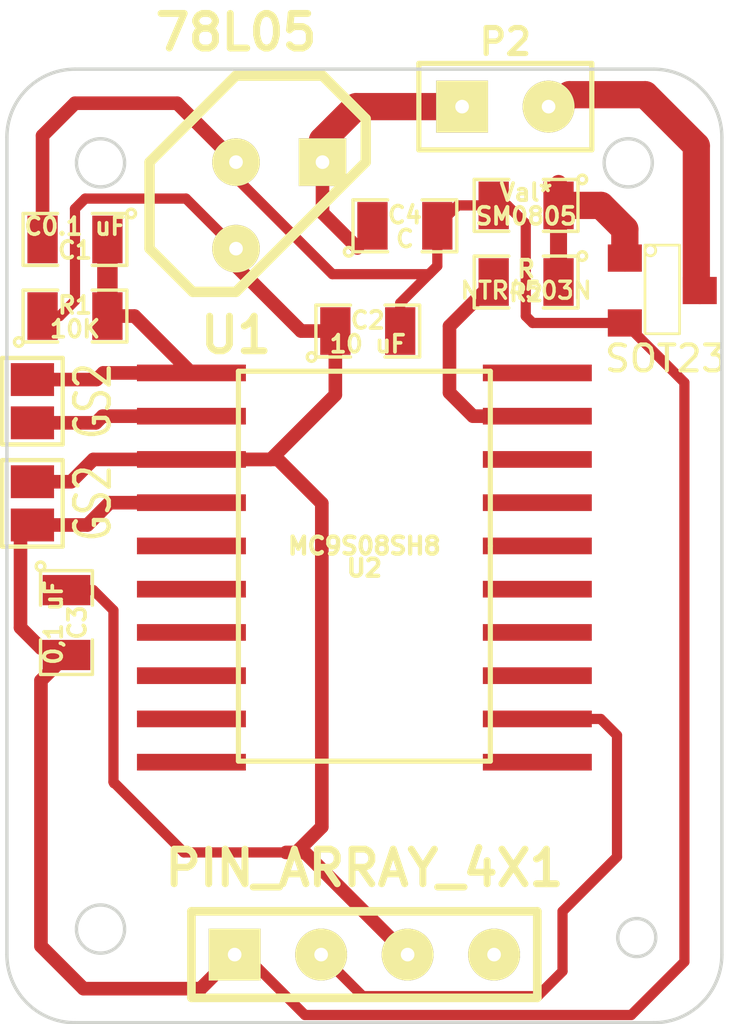
<source format=kicad_pcb>
(kicad_pcb (version 3) (host pcbnew "(2013-05-18 BZR 4017)-stable")

  (general
    (links 26)
    (no_connects 0)
    (area 233.543499 136.0564 255.779416 167.4036)
    (thickness 1.6)
    (drawings 12)
    (tracks 109)
    (zones 0)
    (modules 14)
    (nets 10)
  )

  (page A3)
  (layers
    (15 F.Cu signal)
    (0 B.Cu signal)
    (16 B.Adhes user)
    (17 F.Adhes user)
    (18 B.Paste user)
    (19 F.Paste user)
    (20 B.SilkS user)
    (21 F.SilkS user)
    (22 B.Mask user)
    (23 F.Mask user)
    (24 Dwgs.User user)
    (25 Cmts.User user)
    (26 Eco1.User user)
    (27 Eco2.User user)
    (28 Edge.Cuts user)
  )

  (setup
    (last_trace_width 0.3)
    (trace_clearance 0.254)
    (zone_clearance 0.508)
    (zone_45_only no)
    (trace_min 0.254)
    (segment_width 0.2)
    (edge_width 0.1)
    (via_size 0.889)
    (via_drill 0.635)
    (via_min_size 0.889)
    (via_min_drill 0.508)
    (uvia_size 0.508)
    (uvia_drill 0.127)
    (uvias_allowed no)
    (uvia_min_size 0.508)
    (uvia_min_drill 0.127)
    (pcb_text_width 0.3)
    (pcb_text_size 1.5 1.5)
    (mod_edge_width 0.15)
    (mod_text_size 1 1)
    (mod_text_width 0.15)
    (pad_size 0.889 1.397)
    (pad_drill 0)
    (pad_to_mask_clearance 0)
    (aux_axis_origin 0 0)
    (visible_elements 7FFFFFFF)
    (pcbplotparams
      (layerselection 3178497)
      (usegerberextensions true)
      (excludeedgelayer true)
      (linewidth 0.150000)
      (plotframeref false)
      (viasonmask false)
      (mode 1)
      (useauxorigin false)
      (hpglpennumber 1)
      (hpglpenspeed 20)
      (hpglpendiameter 15)
      (hpglpenoverlay 2)
      (psnegative false)
      (psa4output false)
      (plotreference true)
      (plotvalue true)
      (plotothertext true)
      (plotinvisibletext false)
      (padsonsilk false)
      (subtractmaskfromsilk false)
      (outputformat 1)
      (mirror false)
      (drillshape 0)
      (scaleselection 1)
      (outputdirectory ""))
  )

  (net 0 "")
  (net 1 +12V)
  (net 2 /BDM)
  (net 3 /OUT)
  (net 4 /RESET)
  (net 5 /VDD)
  (net 6 GND)
  (net 7 "Net-(P2-Pad2)")
  (net 8 "Net-(Q1-Pad1)")
  (net 9 "Net-(R2-Pad2)")

  (net_class Default "This is the default net class."
    (clearance 0.254)
    (trace_width 0.3)
    (via_dia 0.889)
    (via_drill 0.635)
    (uvia_dia 0.508)
    (uvia_drill 0.127)
    (add_net "")
    (add_net +12V)
    (add_net /BDM)
    (add_net /OUT)
    (add_net /RESET)
    (add_net /VDD)
    (add_net GND)
    (add_net "Net-(P2-Pad2)")
    (add_net "Net-(Q1-Pad1)")
    (add_net "Net-(R2-Pad2)")
  )

  (module TO92 (layer F.Cu) (tedit 53B29BE8) (tstamp 53AA0009)
    (at 242 142)
    (descr "Transistor TO92 brochage type BC237")
    (tags "TR TO92")
    (path /53A9D4FD)
    (fp_text reference U1 (at -1.27 3.81) (layer F.SilkS)
      (effects (font (size 1.016 1.016) (thickness 0.2032)))
    )
    (fp_text value 78L05 (at -1.27 -5.08) (layer F.SilkS)
      (effects (font (size 1.016 1.016) (thickness 0.2032)))
    )
    (fp_line (start -1.27 2.54) (end 2.54 -1.27) (layer F.SilkS) (width 0.3048))
    (fp_line (start 2.54 -1.27) (end 2.54 -2.54) (layer F.SilkS) (width 0.3048))
    (fp_line (start 2.54 -2.54) (end 1.27 -3.81) (layer F.SilkS) (width 0.3048))
    (fp_line (start 1.27 -3.81) (end -1.27 -3.81) (layer F.SilkS) (width 0.3048))
    (fp_line (start -1.27 -3.81) (end -3.81 -1.27) (layer F.SilkS) (width 0.3048))
    (fp_line (start -3.81 -1.27) (end -3.81 1.27) (layer F.SilkS) (width 0.3048))
    (fp_line (start -3.81 1.27) (end -2.54 2.54) (layer F.SilkS) (width 0.3048))
    (fp_line (start -2.54 2.54) (end -1.27 2.54) (layer F.SilkS) (width 0.3048))
    (pad 1 thru_hole rect (at 1.27 -1.27) (size 1.397 1.397) (drill 0.4)
      (layers *.Cu *.Mask F.SilkS)
      (net 1 +12V)
    )
    (pad 2 thru_hole circle (at -1.27 -1.27) (size 1.397 1.397) (drill 0.4)
      (layers *.Cu *.Mask F.SilkS)
      (net 6 GND)
    )
    (pad 3 thru_hole circle (at -1.27 1.27) (size 1.397 1.397) (drill 0.4)
      (layers *.Cu *.Mask F.SilkS)
      (net 5 /VDD)
    )
    (model discret/to98.wrl
      (at (xyz 0 0 0))
      (scale (xyz 1 1 1))
      (rotate (xyz 0 0 0))
    )
  )

  (module SOIC-20 (layer F.Cu) (tedit 533B44D6) (tstamp 53AA0026)
    (at 244.5 152)
    (path /53A9B7D5)
    (fp_text reference U2 (at 0 0.65) (layer F.SilkS)
      (effects (font (size 0.5 0.5) (thickness 0.125)))
    )
    (fp_text value MC9S08SH8 (at 0 0) (layer F.SilkS)
      (effects (font (size 0.5 0.5) (thickness 0.125)))
    )
    (fp_line (start 3.7 0) (end 3.7 -5.13) (layer F.SilkS) (width 0.15))
    (fp_line (start 3.7 -5.13) (end -3.7 -5.13) (layer F.SilkS) (width 0.15))
    (fp_line (start -3.7 -5.13) (end -3.7 6.32) (layer F.SilkS) (width 0.15))
    (fp_line (start -3.7 6.32) (end 3.7 6.32) (layer F.SilkS) (width 0.15))
    (fp_line (start 3.7 6.32) (end 3.7 0) (layer F.SilkS) (width 0.15))
    (pad 4 smd rect (at -5.08 -1.27) (size 3.2 0.49)
      (layers F.Cu F.Paste F.Mask)
      (net 6 GND)
    )
    (pad 3 smd rect (at -5.08 -2.54) (size 3.2 0.49)
      (layers F.Cu F.Paste F.Mask)
      (net 5 /VDD)
    )
    (pad 2 smd rect (at -5.08 -3.81) (size 3.2 0.49)
      (layers F.Cu F.Paste F.Mask)
      (net 2 /BDM)
    )
    (pad 1 smd rect (at -5.08 -5.08) (size 3.2 0.49)
      (layers F.Cu F.Paste F.Mask)
      (net 4 /RESET)
    )
    (pad 5 smd rect (at -5.08 0) (size 3.2 0.49)
      (layers F.Cu F.Paste F.Mask)
    )
    (pad 6 smd rect (at -5.08 1.27) (size 3.2 0.49)
      (layers F.Cu F.Paste F.Mask)
    )
    (pad 7 smd rect (at -5.08 2.54) (size 3.2 0.49)
      (layers F.Cu F.Paste F.Mask)
    )
    (pad 8 smd rect (at -5.08 3.81) (size 3.2 0.49)
      (layers F.Cu F.Paste F.Mask)
    )
    (pad 9 smd rect (at -5.08 5.08) (size 3.2 0.49)
      (layers F.Cu F.Paste F.Mask)
    )
    (pad 10 smd rect (at -5.08 6.35) (size 3.2 0.49)
      (layers F.Cu F.Paste F.Mask)
    )
    (pad 11 smd rect (at 5.08 6.35) (size 3.2 0.49)
      (layers F.Cu F.Paste F.Mask)
    )
    (pad 12 smd rect (at 5.08 5.08) (size 3.2 0.49)
      (layers F.Cu F.Paste F.Mask)
      (net 3 /OUT)
    )
    (pad 13 smd rect (at 5.08 3.81) (size 3.2 0.49)
      (layers F.Cu F.Paste F.Mask)
    )
    (pad 14 smd rect (at 5.08 2.54) (size 3.2 0.49)
      (layers F.Cu F.Paste F.Mask)
    )
    (pad 15 smd rect (at 5.08 1.27) (size 3.2 0.49)
      (layers F.Cu F.Paste F.Mask)
    )
    (pad 16 smd rect (at 5.08 0) (size 3.2 0.49)
      (layers F.Cu F.Paste F.Mask)
    )
    (pad 17 smd rect (at 5.08 -1.27) (size 3.2 0.49)
      (layers F.Cu F.Paste F.Mask)
    )
    (pad 18 smd rect (at 5.08 -2.54) (size 3.2 0.49)
      (layers F.Cu F.Paste F.Mask)
    )
    (pad 19 smd rect (at 5.08 -3.81) (size 3.2 0.49)
      (layers F.Cu F.Paste F.Mask)
      (net 9 "Net-(R2-Pad2)")
    )
    (pad 20 smd rect (at 5.08 -5.08) (size 3.2 0.49)
      (layers F.Cu F.Paste F.Mask)
    )
  )

  (module SM0805 (layer F.Cu) (tedit 5091495C) (tstamp 53B672D9)
    (at 236 143 180)
    (path /53A9B7CD)
    (attr smd)
    (fp_text reference C1 (at 0 -0.3175 180) (layer F.SilkS)
      (effects (font (size 0.50038 0.50038) (thickness 0.10922)))
    )
    (fp_text value "C0.1 uF" (at 0 0.381 180) (layer F.SilkS)
      (effects (font (size 0.50038 0.50038) (thickness 0.10922)))
    )
    (fp_circle (center -1.651 0.762) (end -1.651 0.635) (layer F.SilkS) (width 0.09906))
    (fp_line (start -0.508 0.762) (end -1.524 0.762) (layer F.SilkS) (width 0.09906))
    (fp_line (start -1.524 0.762) (end -1.524 -0.762) (layer F.SilkS) (width 0.09906))
    (fp_line (start -1.524 -0.762) (end -0.508 -0.762) (layer F.SilkS) (width 0.09906))
    (fp_line (start 0.508 -0.762) (end 1.524 -0.762) (layer F.SilkS) (width 0.09906))
    (fp_line (start 1.524 -0.762) (end 1.524 0.762) (layer F.SilkS) (width 0.09906))
    (fp_line (start 1.524 0.762) (end 0.508 0.762) (layer F.SilkS) (width 0.09906))
    (pad 1 smd rect (at -0.9525 0 180) (size 0.889 1.397)
      (layers F.Cu F.Paste F.Mask)
      (net 4 /RESET)
    )
    (pad 2 smd rect (at 0.9525 0 180) (size 0.889 1.397)
      (layers F.Cu F.Paste F.Mask)
      (net 6 GND)
    )
    (model smd/chip_cms.wrl
      (at (xyz 0 0 0))
      (scale (xyz 0.1 0.1 0.1))
      (rotate (xyz 0 0 0))
    )
  )

  (module SM0805 (layer F.Cu) (tedit 5091495C) (tstamp 53AA0040)
    (at 236 145.25)
    (path /53A9B7CE)
    (attr smd)
    (fp_text reference R1 (at 0 -0.3175) (layer F.SilkS)
      (effects (font (size 0.50038 0.50038) (thickness 0.10922)))
    )
    (fp_text value 10K (at 0 0.381) (layer F.SilkS)
      (effects (font (size 0.50038 0.50038) (thickness 0.10922)))
    )
    (fp_circle (center -1.651 0.762) (end -1.651 0.635) (layer F.SilkS) (width 0.09906))
    (fp_line (start -0.508 0.762) (end -1.524 0.762) (layer F.SilkS) (width 0.09906))
    (fp_line (start -1.524 0.762) (end -1.524 -0.762) (layer F.SilkS) (width 0.09906))
    (fp_line (start -1.524 -0.762) (end -0.508 -0.762) (layer F.SilkS) (width 0.09906))
    (fp_line (start 0.508 -0.762) (end 1.524 -0.762) (layer F.SilkS) (width 0.09906))
    (fp_line (start 1.524 -0.762) (end 1.524 0.762) (layer F.SilkS) (width 0.09906))
    (fp_line (start 1.524 0.762) (end 0.508 0.762) (layer F.SilkS) (width 0.09906))
    (pad 1 smd rect (at -0.9525 0) (size 0.889 1.397)
      (layers F.Cu F.Paste F.Mask)
      (net 5 /VDD)
    )
    (pad 2 smd rect (at 0.9525 0) (size 0.889 1.397)
      (layers F.Cu F.Paste F.Mask)
      (net 4 /RESET)
    )
    (model smd/chip_cms.wrl
      (at (xyz 0 0 0))
      (scale (xyz 0.1 0.1 0.1))
      (rotate (xyz 0 0 0))
    )
  )

  (module SM0805 (layer F.Cu) (tedit 5091495C) (tstamp 53AA004D)
    (at 244.6 145.69)
    (path /53A9B7D3)
    (attr smd)
    (fp_text reference C2 (at 0 -0.3175) (layer F.SilkS)
      (effects (font (size 0.50038 0.50038) (thickness 0.10922)))
    )
    (fp_text value "10 uF" (at 0 0.381) (layer F.SilkS)
      (effects (font (size 0.50038 0.50038) (thickness 0.10922)))
    )
    (fp_circle (center -1.651 0.762) (end -1.651 0.635) (layer F.SilkS) (width 0.09906))
    (fp_line (start -0.508 0.762) (end -1.524 0.762) (layer F.SilkS) (width 0.09906))
    (fp_line (start -1.524 0.762) (end -1.524 -0.762) (layer F.SilkS) (width 0.09906))
    (fp_line (start -1.524 -0.762) (end -0.508 -0.762) (layer F.SilkS) (width 0.09906))
    (fp_line (start 0.508 -0.762) (end 1.524 -0.762) (layer F.SilkS) (width 0.09906))
    (fp_line (start 1.524 -0.762) (end 1.524 0.762) (layer F.SilkS) (width 0.09906))
    (fp_line (start 1.524 0.762) (end 0.508 0.762) (layer F.SilkS) (width 0.09906))
    (pad 1 smd rect (at -0.9525 0) (size 0.889 1.397)
      (layers F.Cu F.Paste F.Mask)
      (net 5 /VDD)
    )
    (pad 2 smd rect (at 0.9525 0) (size 0.889 1.397)
      (layers F.Cu F.Paste F.Mask)
      (net 6 GND)
    )
    (model smd/chip_cms.wrl
      (at (xyz 0 0 0))
      (scale (xyz 0.1 0.1 0.1))
      (rotate (xyz 0 0 0))
    )
  )

  (module SM0805 (layer F.Cu) (tedit 5091495C) (tstamp 53AA005A)
    (at 235.75 154.25 270)
    (path /53A9B7D4)
    (attr smd)
    (fp_text reference C3 (at 0 -0.3175 270) (layer F.SilkS)
      (effects (font (size 0.50038 0.50038) (thickness 0.10922)))
    )
    (fp_text value "0,1 uF" (at 0 0.381 270) (layer F.SilkS)
      (effects (font (size 0.50038 0.50038) (thickness 0.10922)))
    )
    (fp_circle (center -1.651 0.762) (end -1.651 0.635) (layer F.SilkS) (width 0.09906))
    (fp_line (start -0.508 0.762) (end -1.524 0.762) (layer F.SilkS) (width 0.09906))
    (fp_line (start -1.524 0.762) (end -1.524 -0.762) (layer F.SilkS) (width 0.09906))
    (fp_line (start -1.524 -0.762) (end -0.508 -0.762) (layer F.SilkS) (width 0.09906))
    (fp_line (start 0.508 -0.762) (end 1.524 -0.762) (layer F.SilkS) (width 0.09906))
    (fp_line (start 1.524 -0.762) (end 1.524 0.762) (layer F.SilkS) (width 0.09906))
    (fp_line (start 1.524 0.762) (end 0.508 0.762) (layer F.SilkS) (width 0.09906))
    (pad 1 smd rect (at -0.9525 0 270) (size 0.889 1.397)
      (layers F.Cu F.Paste F.Mask)
      (net 5 /VDD)
    )
    (pad 2 smd rect (at 0.9525 0 270) (size 0.889 1.397)
      (layers F.Cu F.Paste F.Mask)
      (net 6 GND)
    )
    (model smd/chip_cms.wrl
      (at (xyz 0 0 0))
      (scale (xyz 0.1 0.1 0.1))
      (rotate (xyz 0 0 0))
    )
  )

  (module SM0805 (layer F.Cu) (tedit 5091495C) (tstamp 53AA0067)
    (at 249.25 144.25 180)
    (path /53A9C959)
    (attr smd)
    (fp_text reference R2 (at 0 -0.3175 180) (layer F.SilkS)
      (effects (font (size 0.50038 0.50038) (thickness 0.10922)))
    )
    (fp_text value R (at 0 0.381 180) (layer F.SilkS)
      (effects (font (size 0.50038 0.50038) (thickness 0.10922)))
    )
    (fp_circle (center -1.651 0.762) (end -1.651 0.635) (layer F.SilkS) (width 0.09906))
    (fp_line (start -0.508 0.762) (end -1.524 0.762) (layer F.SilkS) (width 0.09906))
    (fp_line (start -1.524 0.762) (end -1.524 -0.762) (layer F.SilkS) (width 0.09906))
    (fp_line (start -1.524 -0.762) (end -0.508 -0.762) (layer F.SilkS) (width 0.09906))
    (fp_line (start 0.508 -0.762) (end 1.524 -0.762) (layer F.SilkS) (width 0.09906))
    (fp_line (start 1.524 -0.762) (end 1.524 0.762) (layer F.SilkS) (width 0.09906))
    (fp_line (start 1.524 0.762) (end 0.508 0.762) (layer F.SilkS) (width 0.09906))
    (pad 1 smd rect (at -0.9525 0 180) (size 0.889 1.397)
      (layers F.Cu F.Paste F.Mask)
      (net 8 "Net-(Q1-Pad1)")
    )
    (pad 2 smd rect (at 0.9525 0 180) (size 0.889 1.397)
      (layers F.Cu F.Paste F.Mask)
      (net 9 "Net-(R2-Pad2)")
    )
    (model smd/chip_cms.wrl
      (at (xyz 0 0 0))
      (scale (xyz 0.1 0.1 0.1))
      (rotate (xyz 0 0 0))
    )
  )

  (module SM0805 (layer F.Cu) (tedit 5091495C) (tstamp 53AA0074)
    (at 245.69 142.6)
    (path /53A9D575)
    (attr smd)
    (fp_text reference C4 (at 0 -0.3175) (layer F.SilkS)
      (effects (font (size 0.50038 0.50038) (thickness 0.10922)))
    )
    (fp_text value C (at 0 0.381) (layer F.SilkS)
      (effects (font (size 0.50038 0.50038) (thickness 0.10922)))
    )
    (fp_circle (center -1.651 0.762) (end -1.651 0.635) (layer F.SilkS) (width 0.09906))
    (fp_line (start -0.508 0.762) (end -1.524 0.762) (layer F.SilkS) (width 0.09906))
    (fp_line (start -1.524 0.762) (end -1.524 -0.762) (layer F.SilkS) (width 0.09906))
    (fp_line (start -1.524 -0.762) (end -0.508 -0.762) (layer F.SilkS) (width 0.09906))
    (fp_line (start 0.508 -0.762) (end 1.524 -0.762) (layer F.SilkS) (width 0.09906))
    (fp_line (start 1.524 -0.762) (end 1.524 0.762) (layer F.SilkS) (width 0.09906))
    (fp_line (start 1.524 0.762) (end 0.508 0.762) (layer F.SilkS) (width 0.09906))
    (pad 1 smd rect (at -0.9525 0) (size 0.889 1.397)
      (layers F.Cu F.Paste F.Mask)
      (net 1 +12V)
    )
    (pad 2 smd rect (at 0.9525 0) (size 0.889 1.397)
      (layers F.Cu F.Paste F.Mask)
      (net 6 GND)
    )
    (model smd/chip_cms.wrl
      (at (xyz 0 0 0))
      (scale (xyz 0.1 0.1 0.1))
      (rotate (xyz 0 0 0))
    )
  )

  (module PIN_ARRAY_2X1 (layer F.Cu) (tedit 53B29C00) (tstamp 53AA00A6)
    (at 248.64 139.1)
    (descr "Connecteurs 2 pins")
    (tags "CONN DEV")
    (path /53A9CB2D)
    (fp_text reference P2 (at 0 -1.905) (layer F.SilkS)
      (effects (font (size 0.762 0.762) (thickness 0.1524)))
    )
    (fp_text value CONN_2 (at 0 -1.905) (layer F.SilkS) hide
      (effects (font (size 0.762 0.762) (thickness 0.1524)))
    )
    (fp_line (start -2.54 1.27) (end -2.54 -1.27) (layer F.SilkS) (width 0.1524))
    (fp_line (start -2.54 -1.27) (end 2.54 -1.27) (layer F.SilkS) (width 0.1524))
    (fp_line (start 2.54 -1.27) (end 2.54 1.27) (layer F.SilkS) (width 0.1524))
    (fp_line (start 2.54 1.27) (end -2.54 1.27) (layer F.SilkS) (width 0.1524))
    (pad 1 thru_hole rect (at -1.27 0) (size 1.524 1.524) (drill 0.4)
      (layers *.Cu *.Mask F.SilkS)
      (net 1 +12V)
    )
    (pad 2 thru_hole circle (at 1.27 0) (size 1.524 1.524) (drill 0.4)
      (layers *.Cu *.Mask F.SilkS)
      (net 7 "Net-(P2-Pad2)")
    )
    (model pin_array/pins_array_2x1.wrl
      (at (xyz 0 0 0))
      (scale (xyz 1 1 1))
      (rotate (xyz 0 0 0))
    )
  )

  (module GS2 (layer F.Cu) (tedit 53B295C9) (tstamp 53B4AEF0)
    (at 234.75 147.75)
    (descr "Pontet Goute de soudure")
    (attr virtual)
    (fp_text reference GS2 (at 1.778 0 90) (layer F.SilkS)
      (effects (font (size 1.016 0.762) (thickness 0.127)))
    )
    (fp_text value VAL* (at 1.524 0 90) (layer F.SilkS) hide
      (effects (font (size 0.762 0.762) (thickness 0.127)))
    )
    (fp_line (start -0.889 -1.27) (end -0.889 1.27) (layer F.SilkS) (width 0.127))
    (fp_line (start 0.889 1.27) (end 0.889 -1.27) (layer F.SilkS) (width 0.127))
    (fp_line (start 0.889 1.27) (end -0.889 1.27) (layer F.SilkS) (width 0.127))
    (fp_line (start -0.889 -1.27) (end 0.889 -1.27) (layer F.SilkS) (width 0.127))
    (pad 1 smd rect (at 0 -0.635) (size 1.27 0.9652)
      (layers F.Cu F.Paste F.Mask)
      (net 4 /RESET)
    )
    (pad 2 smd rect (at 0 0.635) (size 1.27 0.9652)
      (layers F.Cu F.Paste F.Mask)
      (net 2 /BDM)
    )
  )

  (module GS2 (layer F.Cu) (tedit 53B295CF) (tstamp 53B4AF03)
    (at 234.75 150.75)
    (descr "Pontet Goute de soudure")
    (attr virtual)
    (fp_text reference GS2 (at 1.778 0 90) (layer F.SilkS)
      (effects (font (size 1.016 0.762) (thickness 0.127)))
    )
    (fp_text value VAL* (at 1.524 0 90) (layer F.SilkS) hide
      (effects (font (size 0.762 0.762) (thickness 0.127)))
    )
    (fp_line (start -0.889 -1.27) (end -0.889 1.27) (layer F.SilkS) (width 0.127))
    (fp_line (start 0.889 1.27) (end 0.889 -1.27) (layer F.SilkS) (width 0.127))
    (fp_line (start 0.889 1.27) (end -0.889 1.27) (layer F.SilkS) (width 0.127))
    (fp_line (start -0.889 -1.27) (end 0.889 -1.27) (layer F.SilkS) (width 0.127))
    (pad 1 smd rect (at 0 -0.635) (size 1.27 0.9652)
      (layers F.Cu F.Paste F.Mask)
      (net 5 /VDD)
    )
    (pad 2 smd rect (at 0 0.635) (size 1.27 0.9652)
      (layers F.Cu F.Paste F.Mask)
      (net 6 GND)
    )
  )

  (module SOT23 (layer F.Cu) (tedit 53B5A78F) (tstamp 53B2FC31)
    (at 253.25 144.5 270)
    (tags SOT23)
    (fp_text reference SOT23 (at 1.99898 -0.09906 360) (layer F.SilkS)
      (effects (font (size 0.762 0.762) (thickness 0.11938)))
    )
    (fp_text value NTR4503N (at 0 4 360) (layer F.SilkS)
      (effects (font (size 0.50038 0.50038) (thickness 0.09906)))
    )
    (fp_circle (center -1.17602 0.35052) (end -1.30048 0.44958) (layer F.SilkS) (width 0.07874))
    (fp_line (start 1.27 -0.508) (end 1.27 0.508) (layer F.SilkS) (width 0.07874))
    (fp_line (start -1.3335 -0.508) (end -1.3335 0.508) (layer F.SilkS) (width 0.07874))
    (fp_line (start 1.27 0.508) (end -1.3335 0.508) (layer F.SilkS) (width 0.07874))
    (fp_line (start -1.3335 -0.508) (end 1.27 -0.508) (layer F.SilkS) (width 0.07874))
    (pad 3 smd rect (at 0 -1.09982 270) (size 0.8001 1.00076)
      (layers F.Cu F.Paste F.Mask)
      (net 7 "Net-(P2-Pad2)")
    )
    (pad 2 smd rect (at 0.9525 1.09982 270) (size 0.8001 1.00076)
      (layers F.Cu F.Paste F.Mask)
      (net 6 GND)
    )
    (pad 1 smd rect (at -0.9525 1.09982 270) (size 0.8001 1.00076)
      (layers F.Cu F.Paste F.Mask)
      (net 8 "Net-(Q1-Pad1)")
    )
    (model smd\SOT23_3.wrl
      (at (xyz 0 0 0))
      (scale (xyz 0.4 0.4 0.4))
      (rotate (xyz 0 0 180))
    )
  )

  (module PIN_ARRAY_4x1 (layer F.Cu) (tedit 53B5A426) (tstamp 53B608C2)
    (at 244.5 164)
    (descr "Double rangee de contacts 2 x 5 pins")
    (tags CONN)
    (fp_text reference PIN_ARRAY_4X1 (at 0 -2.54) (layer F.SilkS)
      (effects (font (size 1.016 1.016) (thickness 0.2032)))
    )
    (fp_text value Val** (at 0 2.54) (layer F.SilkS) hide
      (effects (font (size 1.016 1.016) (thickness 0.2032)))
    )
    (fp_line (start 5.08 1.27) (end -5.08 1.27) (layer F.SilkS) (width 0.254))
    (fp_line (start 5.08 -1.27) (end -5.08 -1.27) (layer F.SilkS) (width 0.254))
    (fp_line (start -5.08 -1.27) (end -5.08 1.27) (layer F.SilkS) (width 0.254))
    (fp_line (start 5.08 1.27) (end 5.08 -1.27) (layer F.SilkS) (width 0.254))
    (pad 1 thru_hole rect (at -3.81 0) (size 1.524 1.524) (drill 0.4)
      (layers *.Cu *.Mask F.SilkS)
      (net 6 GND)
    )
    (pad 2 thru_hole circle (at -1.27 0) (size 1.524 1.524) (drill 0.4)
      (layers *.Cu *.Mask F.SilkS)
      (net 3 /OUT)
    )
    (pad 3 thru_hole circle (at 1.27 0) (size 1.524 1.524) (drill 0.4)
      (layers *.Cu *.Mask F.SilkS)
      (net 5 /VDD)
    )
    (pad 4 thru_hole circle (at 3.81 0) (size 1.524 1.524) (drill 0.4)
      (layers *.Cu *.Mask F.SilkS)
    )
    (model pin_array\pins_array_4x1.wrl
      (at (xyz 0 0 0))
      (scale (xyz 1 1 1))
      (rotate (xyz 0 0 0))
    )
  )

  (module SM0805 (layer F.Cu) (tedit 53B5A7F5) (tstamp 53B66EFD)
    (at 249.25 142 180)
    (attr smd)
    (fp_text reference SM0805 (at 0 -0.3175 180) (layer F.SilkS)
      (effects (font (size 0.50038 0.50038) (thickness 0.10922)))
    )
    (fp_text value Val* (at 0 0.381 180) (layer F.SilkS)
      (effects (font (size 0.50038 0.50038) (thickness 0.10922)))
    )
    (fp_circle (center -1.651 0.762) (end -1.651 0.635) (layer F.SilkS) (width 0.09906))
    (fp_line (start -0.508 0.762) (end -1.524 0.762) (layer F.SilkS) (width 0.09906))
    (fp_line (start -1.524 0.762) (end -1.524 -0.762) (layer F.SilkS) (width 0.09906))
    (fp_line (start -1.524 -0.762) (end -0.508 -0.762) (layer F.SilkS) (width 0.09906))
    (fp_line (start 0.508 -0.762) (end 1.524 -0.762) (layer F.SilkS) (width 0.09906))
    (fp_line (start 1.524 -0.762) (end 1.524 0.762) (layer F.SilkS) (width 0.09906))
    (fp_line (start 1.524 0.762) (end 0.508 0.762) (layer F.SilkS) (width 0.09906))
    (pad 1 smd rect (at -0.9525 0 180) (size 0.889 1.397)
      (layers F.Cu F.Paste F.Mask)
      (net 8 "Net-(Q1-Pad1)")
    )
    (pad 2 smd rect (at 0.9525 0 180) (size 0.889 1.397)
      (layers F.Cu F.Paste F.Mask)
      (net 6 GND)
    )
    (model smd/chip_cms.wrl
      (at (xyz 0 0 0))
      (scale (xyz 0.1 0.1 0.1))
      (rotate (xyz 0 0 0))
    )
  )

  (gr_circle (center 252.5 163.5) (end 253 163.75) (layer Edge.Cuts) (width 0.1))
  (gr_circle (center 236.75 163.25) (end 237.25 163.75) (layer Edge.Cuts) (width 0.1))
  (gr_circle (center 252.25 140.75) (end 252.75 140.25) (layer Edge.Cuts) (width 0.1))
  (gr_circle (center 236.75 140.75) (end 236.25 140.25) (layer Edge.Cuts) (width 0.1))
  (gr_line (start 234 164) (end 234 140) (angle 90) (layer Edge.Cuts) (width 0.1))
  (gr_line (start 253 166) (end 236 166) (angle 90) (layer Edge.Cuts) (width 0.1))
  (gr_line (start 255 140) (end 255 164) (angle 90) (layer Edge.Cuts) (width 0.1))
  (gr_line (start 236 138) (end 253 138) (angle 90) (layer Edge.Cuts) (width 0.1))
  (gr_arc (start 253 164) (end 255 164) (angle 90) (layer Edge.Cuts) (width 0.1))
  (gr_arc (start 236 164) (end 236 166) (angle 90) (layer Edge.Cuts) (width 0.1))
  (gr_arc (start 253 140) (end 253 138) (angle 90) (layer Edge.Cuts) (width 0.1))
  (gr_arc (start 236 140) (end 234 140) (angle 90) (layer Edge.Cuts) (width 0.1))

  (segment (start 243.27 140.73) (end 243.27 140.09) (width 0.8) (layer F.Cu) (net 1))
  (segment (start 244.26 139.1) (end 247.37 139.1) (width 0.8) (layer F.Cu) (net 1) (tstamp 53B67260))
  (segment (start 243.27 140.09) (end 244.26 139.1) (width 0.8) (layer F.Cu) (net 1) (tstamp 53B6725F))
  (segment (start 243.27 140.73) (end 243.27 142.2225) (width 0.4) (layer F.Cu) (net 1))
  (segment (start 243.27 142.2225) (end 244.2975 143.25) (width 0.4) (layer F.Cu) (net 1) (tstamp 53B671BC))
  (segment (start 234.75 148.385) (end 236.615 148.385) (width 0.4) (layer F.Cu) (net 2))
  (segment (start 236.81 148.19) (end 239.42 148.19) (width 0.4) (layer F.Cu) (net 2) (tstamp 53B671A5))
  (segment (start 236.615 148.385) (end 236.81 148.19) (width 0.4) (layer F.Cu) (net 2) (tstamp 53B671A4))
  (segment (start 249.58 157.08) (end 251.44 157.08) (width 0.3) (layer F.Cu) (net 3))
  (segment (start 244.45 165.22) (end 243.23 164) (width 0.3) (layer F.Cu) (net 3) (tstamp 53B6723F))
  (segment (start 249.59 165.22) (end 244.45 165.22) (width 0.3) (layer F.Cu) (net 3) (tstamp 53B6723E))
  (segment (start 250.32 164.49) (end 249.59 165.22) (width 0.3) (layer F.Cu) (net 3) (tstamp 53B6723D))
  (segment (start 250.32 162.73) (end 250.32 164.49) (width 0.3) (layer F.Cu) (net 3) (tstamp 53B6723B))
  (segment (start 251.92 161.13) (end 250.32 162.73) (width 0.3) (layer F.Cu) (net 3) (tstamp 53B67239))
  (segment (start 251.92 157.56) (end 251.92 161.13) (width 0.3) (layer F.Cu) (net 3) (tstamp 53B67238))
  (segment (start 251.44 157.08) (end 251.92 157.56) (width 0.3) (layer F.Cu) (net 3) (tstamp 53B67237))
  (segment (start 236.9525 145.25) (end 236.9525 143) (width 0.6) (layer F.Cu) (net 4))
  (segment (start 236.9525 145.25) (end 237.75 145.25) (width 0.4) (layer F.Cu) (net 4))
  (segment (start 237.75 145.25) (end 239.42 146.92) (width 0.4) (layer F.Cu) (net 4) (tstamp 53B671AE))
  (segment (start 234.75 147.115) (end 236.635 147.115) (width 0.4) (layer F.Cu) (net 4))
  (segment (start 236.635 147.115) (end 236.83 146.92) (width 0.4) (layer F.Cu) (net 4) (tstamp 53B671A8))
  (segment (start 236.83 146.92) (end 239.42 146.92) (width 0.4) (layer F.Cu) (net 4) (tstamp 53B671A9))
  (segment (start 239.26 141.8) (end 240.73 143.27) (width 0.3) (layer F.Cu) (net 5) (tstamp 53B67329))
  (segment (start 236.3 141.8) (end 239.26 141.8) (width 0.3) (layer F.Cu) (net 5) (tstamp 53B67328))
  (segment (start 236 142.1) (end 236.3 141.8) (width 0.3) (layer F.Cu) (net 5) (tstamp 53B67327))
  (segment (start 236 144.8) (end 236 142.1) (width 0.3) (layer F.Cu) (net 5) (tstamp 53B67326))
  (segment (start 235.55 145.25) (end 236 144.8) (width 0.3) (layer F.Cu) (net 5) (tstamp 53B67325))
  (segment (start 235.0475 145.25) (end 235.55 145.25) (width 0.3) (layer F.Cu) (net 5))
  (segment (start 239.42 149.46) (end 241.75 149.46) (width 0.4) (layer F.Cu) (net 5))
  (segment (start 243.6475 147.5625) (end 243.6475 145.69) (width 0.4) (layer F.Cu) (net 5) (tstamp 53B672A8))
  (segment (start 241.75 149.46) (end 243.6475 147.5625) (width 0.4) (layer F.Cu) (net 5) (tstamp 53B672A7))
  (segment (start 240.73 143.27) (end 240.73 143.78) (width 0.4) (layer F.Cu) (net 5))
  (segment (start 240.73 143.78) (end 242.64 145.69) (width 0.4) (layer F.Cu) (net 5) (tstamp 53B672A3))
  (segment (start 242.64 145.69) (end 243.6475 145.69) (width 0.4) (layer F.Cu) (net 5) (tstamp 53B672A4))
  (segment (start 235.75 153.2975) (end 236.5375 153.2975) (width 0.3) (layer F.Cu) (net 5))
  (segment (start 237.13 158.93) (end 237.15 158.95) (width 0.3) (layer F.Cu) (net 5) (tstamp 53B6722B))
  (segment (start 237.13 153.89) (end 237.13 158.93) (width 0.3) (layer F.Cu) (net 5) (tstamp 53B6722A))
  (segment (start 236.5375 153.2975) (end 237.13 153.89) (width 0.3) (layer F.Cu) (net 5) (tstamp 53B67229))
  (segment (start 237.15 158.95) (end 237.15 158.97) (width 0.3) (layer F.Cu) (net 5) (tstamp 53B6722C))
  (segment (start 237.15 158.97) (end 237.15 158.95) (width 0.3) (layer F.Cu) (net 5) (tstamp 53B6722D))
  (segment (start 242.2 161) (end 239.2 161) (width 0.3) (layer F.Cu) (net 5))
  (segment (start 242.5 161) (end 242.2 161) (width 0.4) (layer F.Cu) (net 5) (tstamp 53B671A2))
  (segment (start 239.2 161) (end 237.15 158.95) (width 0.3) (layer F.Cu) (net 5) (tstamp 53B67222))
  (segment (start 239.42 149.46) (end 241.96 149.46) (width 0.4) (layer F.Cu) (net 5))
  (segment (start 243.25 160.25) (end 242.5 161) (width 0.4) (layer F.Cu) (net 5) (tstamp 53B6719F))
  (segment (start 243.25 150.75) (end 243.25 160.25) (width 0.4) (layer F.Cu) (net 5) (tstamp 53B6719E))
  (segment (start 241.96 149.46) (end 243.25 150.75) (width 0.4) (layer F.Cu) (net 5) (tstamp 53B6719D))
  (segment (start 245.77 164) (end 245.75 164) (width 0.4) (layer F.Cu) (net 5))
  (segment (start 245.75 164) (end 242.75 161) (width 0.4) (layer F.Cu) (net 5) (tstamp 53B67190))
  (segment (start 242.75 161) (end 242.5 161) (width 0.4) (layer F.Cu) (net 5) (tstamp 53B67191))
  (segment (start 234.75 150.115) (end 235.885 150.115) (width 0.4) (layer F.Cu) (net 5))
  (segment (start 236.54 149.46) (end 239.42 149.46) (width 0.4) (layer F.Cu) (net 5) (tstamp 53B67172))
  (segment (start 235.885 150.115) (end 236.54 149.46) (width 0.4) (layer F.Cu) (net 5) (tstamp 53B67171))
  (segment (start 235.0475 143) (end 235.0475 139.9525) (width 0.4) (layer F.Cu) (net 6))
  (segment (start 239 139) (end 240.73 140.73) (width 0.4) (layer F.Cu) (net 6) (tstamp 53B67320))
  (segment (start 236 139) (end 239 139) (width 0.4) (layer F.Cu) (net 6) (tstamp 53B6731F))
  (segment (start 235.0475 139.9525) (end 236 139) (width 0.4) (layer F.Cu) (net 6) (tstamp 53B6731E))
  (segment (start 240.69 164) (end 240.98 164) (width 0.3) (layer F.Cu) (net 6))
  (segment (start 253.9 147.20232) (end 252.15018 145.4525) (width 0.3) (layer F.Cu) (net 6) (tstamp 53B672B5))
  (segment (start 253.9 164.21) (end 253.9 147.20232) (width 0.3) (layer F.Cu) (net 6) (tstamp 53B672B3))
  (segment (start 252.335998 165.774002) (end 253.9 164.21) (width 0.3) (layer F.Cu) (net 6) (tstamp 53B672B1))
  (segment (start 242.754002 165.774002) (end 252.335998 165.774002) (width 0.3) (layer F.Cu) (net 6) (tstamp 53B672AF))
  (segment (start 240.98 164) (end 242.754002 165.774002) (width 0.3) (layer F.Cu) (net 6) (tstamp 53B672AE))
  (segment (start 240.73 140.73) (end 240.73 141.19) (width 0.3) (layer F.Cu) (net 6))
  (segment (start 246.4 144.02) (end 246.6425 143.7775) (width 0.3) (layer F.Cu) (net 6) (tstamp 53B6729F))
  (segment (start 243.56 144.02) (end 246.4 144.02) (width 0.3) (layer F.Cu) (net 6) (tstamp 53B6729D))
  (segment (start 240.73 141.19) (end 243.56 144.02) (width 0.3) (layer F.Cu) (net 6) (tstamp 53B6729C))
  (segment (start 245.5525 145.69) (end 245.5525 144.8675) (width 0.3) (layer F.Cu) (net 6))
  (segment (start 245.5525 144.8675) (end 246.6425 143.7775) (width 0.3) (layer F.Cu) (net 6) (tstamp 53B67298))
  (segment (start 246.6425 143.7775) (end 246.6425 142.6) (width 0.3) (layer F.Cu) (net 6) (tstamp 53B67299))
  (segment (start 246.6425 142.6) (end 247.2425 142) (width 0.3) (layer F.Cu) (net 6))
  (segment (start 247.2425 142) (end 248.2975 142) (width 0.3) (layer F.Cu) (net 6) (tstamp 53B67295))
  (segment (start 248.2975 142) (end 248.7 142) (width 0.3) (layer F.Cu) (net 6))
  (segment (start 248.7 142) (end 249.24 142.54) (width 0.3) (layer F.Cu) (net 6) (tstamp 53B6726F))
  (segment (start 249.24 142.54) (end 249.24 145.25) (width 0.3) (layer F.Cu) (net 6) (tstamp 53B67270))
  (segment (start 249.24 145.25) (end 249.4425 145.4525) (width 0.3) (layer F.Cu) (net 6) (tstamp 53B67271))
  (segment (start 249.4425 145.4525) (end 252.15018 145.4525) (width 0.3) (layer F.Cu) (net 6) (tstamp 53B67272))
  (segment (start 235.75 155.2025) (end 235.5475 155) (width 0.4) (layer F.Cu) (net 6))
  (segment (start 234.4 151.735) (end 234.75 151.385) (width 0.4) (layer F.Cu) (net 6) (tstamp 53B6721C))
  (segment (start 234.4 154.4) (end 234.4 151.735) (width 0.4) (layer F.Cu) (net 6) (tstamp 53B6721B))
  (segment (start 235 155) (end 234.4 154.4) (width 0.4) (layer F.Cu) (net 6) (tstamp 53B6721A))
  (segment (start 235.5475 155) (end 235 155) (width 0.4) (layer F.Cu) (net 6) (tstamp 53B67219))
  (segment (start 240.69 164) (end 239.69 165) (width 0.4) (layer F.Cu) (net 6))
  (segment (start 235 155.9525) (end 235.75 155.2025) (width 0.4) (layer F.Cu) (net 6) (tstamp 53B67214))
  (segment (start 235 163.75) (end 235 155.9525) (width 0.4) (layer F.Cu) (net 6) (tstamp 53B67213))
  (segment (start 236.25 165) (end 235 163.75) (width 0.4) (layer F.Cu) (net 6) (tstamp 53B67212))
  (segment (start 239.69 165) (end 236.25 165) (width 0.4) (layer F.Cu) (net 6) (tstamp 53B67211))
  (segment (start 234.75 151.385) (end 236.365 151.385) (width 0.4) (layer F.Cu) (net 6))
  (segment (start 236.365 151.385) (end 237.02 150.73) (width 0.4) (layer F.Cu) (net 6) (tstamp 53B67176))
  (segment (start 237.02 150.73) (end 239.42 150.73) (width 0.4) (layer F.Cu) (net 6) (tstamp 53B67177))
  (segment (start 249.91 139.1) (end 250.17 139.1) (width 0.8) (layer F.Cu) (net 7))
  (segment (start 250.17 139.1) (end 250.52 138.75) (width 0.8) (layer F.Cu) (net 7) (tstamp 53B67266))
  (segment (start 252.75 138.75) (end 254.25 140.25) (width 0.8) (layer F.Cu) (net 7) (tstamp 53B671D3))
  (segment (start 250.52 138.75) (end 252.75 138.75) (width 0.8) (layer F.Cu) (net 7) (tstamp 53B671D2))
  (segment (start 254.25 140.25) (end 254.25 144.40018) (width 0.8) (layer F.Cu) (net 7) (tstamp 53B671D4))
  (segment (start 254.25 144.40018) (end 254.34982 144.5) (width 0.8) (layer F.Cu) (net 7) (tstamp 53B671D5))
  (segment (start 254.25 144.40018) (end 254.34982 144.5) (width 0.4) (layer F.Cu) (net 7) (tstamp 53B671C6))
  (segment (start 254.25 140.25) (end 254.25 144.40018) (width 0.4) (layer F.Cu) (net 7) (tstamp 53B671C5))
  (segment (start 250.2025 144.25) (end 250.2025 141.3575) (width 0.5) (layer F.Cu) (net 8))
  (segment (start 250.2025 141.3575) (end 250.2025 142) (width 0.5) (layer F.Cu) (net 8) (tstamp 53B67250))
  (segment (start 250.2025 142) (end 251.45 142) (width 0.8) (layer F.Cu) (net 8))
  (segment (start 251.45 142) (end 252.15018 142.70018) (width 0.8) (layer F.Cu) (net 8) (tstamp 53B6724C))
  (segment (start 252.15018 142.70018) (end 252.15018 143.5475) (width 0.8) (layer F.Cu) (net 8) (tstamp 53B6724D))
  (segment (start 252.15018 142.70018) (end 252.15018 143.5475) (width 0.3) (layer F.Cu) (net 8) (tstamp 53B67249))
  (segment (start 251.45 142) (end 252.15018 142.70018) (width 0.3) (layer F.Cu) (net 8) (tstamp 53B67248))
  (segment (start 249.58 148.19) (end 247.69 148.19) (width 0.4) (layer F.Cu) (net 9))
  (segment (start 247 145.5475) (end 248.2975 144.25) (width 0.4) (layer F.Cu) (net 9) (tstamp 53B671DF))
  (segment (start 247 147.5) (end 247 145.5475) (width 0.4) (layer F.Cu) (net 9) (tstamp 53B671DE))
  (segment (start 247.69 148.19) (end 247 147.5) (width 0.4) (layer F.Cu) (net 9) (tstamp 53B671DD))

)

</source>
